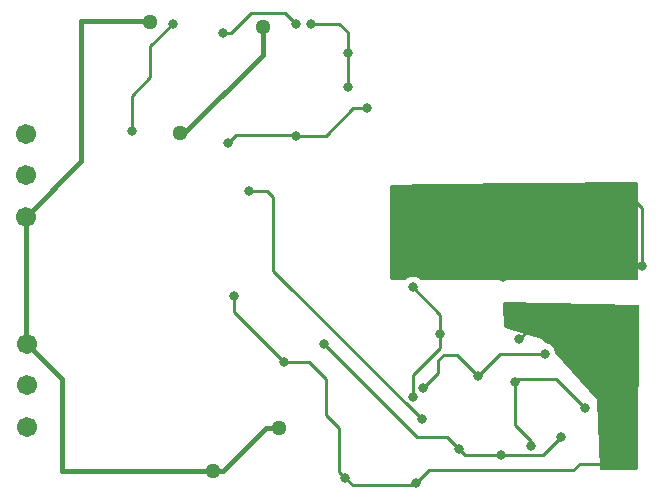
<source format=gbl>
%TF.GenerationSoftware,KiCad,Pcbnew,7.0.10*%
%TF.CreationDate,2024-04-30T20:07:41-04:00*%
%TF.ProjectId,FutekCircuit,46757465-6b43-4697-9263-7569742e6b69,rev?*%
%TF.SameCoordinates,Original*%
%TF.FileFunction,Copper,L2,Bot*%
%TF.FilePolarity,Positive*%
%FSLAX46Y46*%
G04 Gerber Fmt 4.6, Leading zero omitted, Abs format (unit mm)*
G04 Created by KiCad (PCBNEW 7.0.10) date 2024-04-30 20:07:41*
%MOMM*%
%LPD*%
G01*
G04 APERTURE LIST*
%TA.AperFunction,ComponentPad*%
%ADD10C,1.701800*%
%TD*%
%TA.AperFunction,ViaPad*%
%ADD11C,0.800000*%
%TD*%
%TA.AperFunction,ViaPad*%
%ADD12C,1.290000*%
%TD*%
%TA.AperFunction,Conductor*%
%ADD13C,0.250000*%
%TD*%
%TA.AperFunction,Conductor*%
%ADD14C,0.431364*%
%TD*%
G04 APERTURE END LIST*
D10*
%TO.P,J1,1,Pin_1*%
%TO.N,PS+*%
X167640000Y-101600000D03*
%TO.P,J1,2,Pin_2*%
%TO.N,GND*%
X167640000Y-105100001D03*
%TO.P,J1,3,Pin_3*%
%TO.N,PS-*%
X167640000Y-108600001D03*
%TD*%
%TO.P,J2,1,Pin_1*%
%TO.N,FutekSIG*%
X167513000Y-83820000D03*
%TO.P,J2,2,Pin_2*%
%TO.N,GND*%
X167513000Y-87320001D03*
%TO.P,J2,3,Pin_3*%
%TO.N,PS+*%
X167513000Y-90820001D03*
%TD*%
D11*
%TO.N,VDD*%
X212852000Y-109474000D03*
X192786000Y-101600000D03*
X204216000Y-110490000D03*
X207772000Y-110998000D03*
%TO.N,Vreg*%
X209296000Y-101193600D03*
X215188800Y-102133400D03*
X200558400Y-113385600D03*
X218135200Y-111709200D03*
X185115200Y-97536000D03*
X194564000Y-112928400D03*
X218135200Y-110439200D03*
X217335100Y-105829100D03*
X189331600Y-103124000D03*
%TO.N,V3.3*%
X218186000Y-88519000D03*
X214426800Y-90906600D03*
X201447400Y-89306400D03*
X210794600Y-90881200D03*
X207924400Y-95910400D03*
X207289400Y-90728800D03*
X214020400Y-95113800D03*
X202438000Y-95554800D03*
X219710000Y-94996000D03*
%TO.N,SCL5*%
X208889600Y-104800400D03*
X214884000Y-106984800D03*
X210312000Y-110236000D03*
%TO.N,ADDR5*%
X201168000Y-105283000D03*
X205816200Y-104292400D03*
X211429600Y-102412800D03*
%TO.N,ALERT5*%
X200279000Y-96774000D03*
X200279000Y-106045000D03*
X202615800Y-100711000D03*
%TO.N,A0*%
X186410600Y-88595200D03*
X201041000Y-107950000D03*
D12*
%TO.N,PS+*%
X178054000Y-74320400D03*
X188976000Y-108661200D03*
X183337200Y-112318800D03*
%TO.N,PS-*%
X187553600Y-74726800D03*
X180594000Y-83743800D03*
D11*
%TO.N,Net-(U1-+)*%
X184226200Y-75234800D03*
X190373000Y-74498200D03*
%TO.N,Net-(U2--)*%
X176479200Y-83566000D03*
X179933600Y-74472800D03*
%TO.N,Net-(U1--)*%
X194767200Y-79806800D03*
X191668400Y-74472800D03*
X194792600Y-76936600D03*
%TO.N,Net-(R3-Pad2)*%
X196367400Y-81610200D03*
X190373000Y-83947000D03*
X184658000Y-84531200D03*
%TD*%
D13*
%TO.N,VDD*%
X207772000Y-110998000D02*
X211328000Y-110998000D01*
X211328000Y-110998000D02*
X212852000Y-109474000D01*
%TO.N,SCL5*%
X208889600Y-108407200D02*
X208889600Y-104800400D01*
X210312000Y-110236000D02*
X210312000Y-109829600D01*
X210312000Y-109829600D02*
X208889600Y-108407200D01*
%TO.N,VDD*%
X204216000Y-110490000D02*
X203200000Y-109474000D01*
X203200000Y-109474000D02*
X200660000Y-109474000D01*
X200660000Y-109474000D02*
X192786000Y-101600000D01*
X207772000Y-110998000D02*
X204724000Y-110998000D01*
X204724000Y-110998000D02*
X204216000Y-110490000D01*
%TO.N,Vreg*%
X192913000Y-107569000D02*
X192913000Y-104521000D01*
X216941400Y-104368600D02*
X216941400Y-104444800D01*
X201676000Y-112268000D02*
X200558400Y-113385600D01*
X218135200Y-106629200D02*
X217335100Y-105829100D01*
X200406000Y-113538000D02*
X200558400Y-113385600D01*
X215188800Y-102133400D02*
X215188800Y-102616000D01*
X194056000Y-112420400D02*
X194056000Y-108712000D01*
X209296000Y-101193600D02*
X209905600Y-100584000D01*
X215188800Y-102616000D02*
X216941400Y-104368600D01*
X214426800Y-111709200D02*
X213868000Y-112268000D01*
X194564000Y-112928400D02*
X194056000Y-112420400D01*
X195173600Y-113538000D02*
X200406000Y-113538000D01*
X218135200Y-111709200D02*
X214426800Y-111709200D01*
X194056000Y-108712000D02*
X192913000Y-107569000D01*
X185115200Y-98907600D02*
X185115200Y-97536000D01*
X194564000Y-112928400D02*
X195173600Y-113538000D01*
X189331600Y-103124000D02*
X185115200Y-98907600D01*
X216941400Y-104444800D02*
X217335100Y-104838500D01*
X192913000Y-104521000D02*
X191516000Y-103124000D01*
X209905600Y-100584000D02*
X213639400Y-100584000D01*
X213868000Y-112268000D02*
X201676000Y-112268000D01*
X213639400Y-100584000D02*
X215188800Y-102133400D01*
X217335100Y-104838500D02*
X217335100Y-105829100D01*
X218135200Y-110439200D02*
X218135200Y-106629200D01*
X191516000Y-103124000D02*
X189331600Y-103124000D01*
%TO.N,V3.3*%
X214426800Y-90906600D02*
X214325200Y-90805000D01*
X219710000Y-94996000D02*
X214138200Y-94996000D01*
X201701400Y-89560400D02*
X201447400Y-89306400D01*
X208721000Y-95113800D02*
X207924400Y-95910400D01*
X214020400Y-95113800D02*
X208721000Y-95113800D01*
X206121000Y-89560400D02*
X201701400Y-89560400D01*
X207467200Y-90551000D02*
X207289400Y-90728800D01*
X219710000Y-90043000D02*
X219710000Y-94996000D01*
X210794600Y-90881200D02*
X210464400Y-90551000D01*
X214426800Y-90906600D02*
X215798400Y-90906600D01*
X215798400Y-90906600D02*
X218186000Y-88519000D01*
X207924400Y-95910400D02*
X207568800Y-95554800D01*
X210870800Y-90805000D02*
X210794600Y-90881200D01*
X210464400Y-90551000D02*
X207467200Y-90551000D01*
X214138200Y-94996000D02*
X214020400Y-95113800D01*
X207568800Y-95554800D02*
X202438000Y-95554800D01*
X207289400Y-90728800D02*
X206121000Y-89560400D01*
X214325200Y-90805000D02*
X210870800Y-90805000D01*
X218186000Y-88519000D02*
X219710000Y-90043000D01*
%TO.N,SCL5*%
X214884000Y-106984800D02*
X212420200Y-104521000D01*
X212420200Y-104521000D02*
X209169000Y-104521000D01*
X209169000Y-104521000D02*
X208889600Y-104800400D01*
%TO.N,ADDR5*%
X204038200Y-102514400D02*
X202895200Y-102514400D01*
X205816200Y-104292400D02*
X207645000Y-102463600D01*
X205816200Y-104292400D02*
X204038200Y-102514400D01*
X202895200Y-102514400D02*
X202438000Y-102971600D01*
X202438000Y-104013000D02*
X201168000Y-105283000D01*
X211378800Y-102463600D02*
X211429600Y-102412800D01*
X207645000Y-102463600D02*
X211378800Y-102463600D01*
X202438000Y-102971600D02*
X202438000Y-104013000D01*
%TO.N,ALERT5*%
X202615800Y-99110800D02*
X200279000Y-96774000D01*
X202615800Y-101930200D02*
X200304400Y-104241600D01*
X202615800Y-100711000D02*
X202615800Y-101930200D01*
X202615800Y-100711000D02*
X202615800Y-99110800D01*
X200304400Y-106019600D02*
X200279000Y-106045000D01*
X200304400Y-104241600D02*
X200304400Y-106019600D01*
%TO.N,A0*%
X188468000Y-95377000D02*
X201041000Y-107950000D01*
X188468000Y-89154000D02*
X188468000Y-95377000D01*
X186410600Y-88595200D02*
X187909200Y-88595200D01*
X187909200Y-88595200D02*
X188468000Y-89154000D01*
D14*
%TO.N,PS+*%
X172212000Y-86121001D02*
X167513000Y-90820001D01*
X167513000Y-90820001D02*
X167513000Y-101473000D01*
X170586400Y-104546400D02*
X167640000Y-101600000D01*
X172212000Y-74218800D02*
X172212000Y-86121001D01*
X183337200Y-112318800D02*
X184200800Y-112318800D01*
X170586400Y-112369600D02*
X170586400Y-104546400D01*
X184200800Y-112318800D02*
X187858400Y-108661200D01*
X183286400Y-112369600D02*
X170586400Y-112369600D01*
X183337200Y-112318800D02*
X183286400Y-112369600D01*
X167513000Y-101473000D02*
X167640000Y-101600000D01*
X187858400Y-108661200D02*
X188976000Y-108661200D01*
X177952400Y-74218800D02*
X172212000Y-74218800D01*
X178054000Y-74320400D02*
X177952400Y-74218800D01*
%TO.N,PS-*%
X180924200Y-83743800D02*
X187553600Y-77114400D01*
X187553600Y-77114400D02*
X187553600Y-74726800D01*
X180594000Y-83743800D02*
X180924200Y-83743800D01*
D13*
%TO.N,Net-(U1-+)*%
X186537600Y-73558400D02*
X189433200Y-73558400D01*
X184861200Y-75234800D02*
X186537600Y-73558400D01*
X184226200Y-75234800D02*
X184861200Y-75234800D01*
X189433200Y-73558400D02*
X190373000Y-74498200D01*
%TO.N,Net-(U2--)*%
X176479200Y-80568800D02*
X176479200Y-83566000D01*
X179933600Y-74472800D02*
X178054000Y-76352400D01*
X178054000Y-76352400D02*
X178054000Y-78994000D01*
X178054000Y-78994000D02*
X176479200Y-80568800D01*
%TO.N,Net-(U1--)*%
X194792600Y-76936600D02*
X194792600Y-75209400D01*
X194767200Y-76962000D02*
X194767200Y-79806800D01*
X194792600Y-75209400D02*
X194056000Y-74472800D01*
X194792600Y-76936600D02*
X194767200Y-76962000D01*
X194056000Y-74472800D02*
X191668400Y-74472800D01*
%TO.N,Net-(R3-Pad2)*%
X192913000Y-83947000D02*
X190373000Y-83947000D01*
X195249800Y-81610200D02*
X192913000Y-83947000D01*
X184658000Y-84531200D02*
X185267600Y-83921600D01*
X185267600Y-83921600D02*
X190347600Y-83921600D01*
X190347600Y-83921600D02*
X190373000Y-83947000D01*
X196367400Y-81610200D02*
X195249800Y-81610200D01*
%TD*%
%TA.AperFunction,Conductor*%
%TO.N,V3.3*%
G36*
X219271276Y-87904106D02*
G01*
X219317415Y-87956575D01*
X219329000Y-88008908D01*
X219329000Y-96015000D01*
X219309315Y-96082039D01*
X219256511Y-96127794D01*
X219205000Y-96139000D01*
X200974194Y-96139000D01*
X200907155Y-96119315D01*
X200890194Y-96104901D01*
X200889695Y-96105456D01*
X200884864Y-96101106D01*
X200731734Y-95989851D01*
X200731729Y-95989848D01*
X200558807Y-95912857D01*
X200558802Y-95912855D01*
X200413001Y-95881865D01*
X200373646Y-95873500D01*
X200184354Y-95873500D01*
X200151897Y-95880398D01*
X199999197Y-95912855D01*
X199999192Y-95912857D01*
X199826270Y-95989848D01*
X199826265Y-95989851D01*
X199673135Y-96101106D01*
X199668305Y-96105456D01*
X199666702Y-96103676D01*
X199616457Y-96134624D01*
X199583806Y-96139000D01*
X198498000Y-96139000D01*
X198430961Y-96119315D01*
X198385206Y-96066511D01*
X198374000Y-96015000D01*
X198374000Y-88208571D01*
X198393685Y-88141532D01*
X198446489Y-88095777D01*
X198495339Y-88084599D01*
X201929209Y-88011016D01*
X201930811Y-88010994D01*
X219204097Y-87884911D01*
X219271276Y-87904106D01*
G37*
%TD.AperFunction*%
%TD*%
%TA.AperFunction,Conductor*%
%TO.N,Vreg*%
G36*
X219333389Y-98295305D02*
G01*
X219399979Y-98316458D01*
X219444563Y-98370254D01*
X219454657Y-98420633D01*
X219304921Y-112096489D01*
X219284503Y-112163309D01*
X219231201Y-112208483D01*
X219182896Y-112219115D01*
X216224953Y-112266067D01*
X216157610Y-112247449D01*
X216111022Y-112195378D01*
X216099057Y-112146302D01*
X215900000Y-106299000D01*
X215900000Y-106298999D01*
X212356699Y-102389815D01*
X212326261Y-102326924D01*
X212325257Y-102319533D01*
X212315274Y-102224544D01*
X212256779Y-102044516D01*
X212162133Y-101880584D01*
X212035471Y-101739912D01*
X212035470Y-101739911D01*
X211882334Y-101628651D01*
X211882329Y-101628648D01*
X211709407Y-101551657D01*
X211709403Y-101551656D01*
X211609349Y-101530388D01*
X211547867Y-101497195D01*
X211543256Y-101492374D01*
X211226402Y-101142801D01*
X211226400Y-101142800D01*
X209747975Y-100708659D01*
X208109723Y-100227585D01*
X208050946Y-100189810D01*
X208021923Y-100126253D01*
X208020877Y-100115910D01*
X207906894Y-98178202D01*
X207922608Y-98110125D01*
X207972634Y-98061348D01*
X208033401Y-98046953D01*
X219333389Y-98295305D01*
G37*
%TD.AperFunction*%
%TD*%
M02*

</source>
